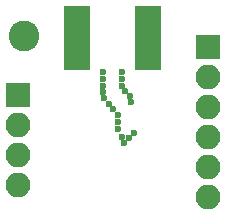
<source format=gbs>
G04 #@! TF.FileFunction,Soldermask,Bot*
%FSLAX46Y46*%
G04 Gerber Fmt 4.6, Leading zero omitted, Abs format (unit mm)*
G04 Created by KiCad (PCBNEW 4.0.6-e0-6349~53~ubuntu16.04.1) date Sat Jun 24 14:45:07 2017*
%MOMM*%
%LPD*%
G01*
G04 APERTURE LIST*
%ADD10C,0.100000*%
%ADD11C,2.600000*%
%ADD12C,0.600000*%
%ADD13R,2.100000X2.100000*%
%ADD14O,2.100000X2.100000*%
%ADD15R,2.200000X5.480000*%
%ADD16C,0.700000*%
G04 APERTURE END LIST*
D10*
D11*
X102500000Y-72500000D03*
D12*
X111600000Y-78100000D03*
X111500000Y-77600000D03*
X111100000Y-77200000D03*
X110800000Y-76800000D03*
X110800000Y-76200000D03*
X110800000Y-75600000D03*
X109200000Y-77300000D03*
X109200000Y-75600000D03*
X109200000Y-76200000D03*
X109200000Y-76800000D03*
X109300000Y-77800000D03*
X109700000Y-78300000D03*
X110100000Y-78700000D03*
X110500000Y-79200000D03*
X110500000Y-79800000D03*
X110500000Y-80400000D03*
X110800000Y-81100000D03*
X111000000Y-81600000D03*
X111400000Y-81200000D03*
D13*
X102000000Y-77500000D03*
D14*
X102000000Y-80040000D03*
X102000000Y-82580000D03*
X102000000Y-85120000D03*
D15*
X113000000Y-72660000D03*
D16*
X113000000Y-74700000D03*
X113000000Y-70700000D03*
X112500000Y-71700000D03*
X113500000Y-71700000D03*
X113000000Y-72700000D03*
X112500000Y-73700000D03*
X113500000Y-73700000D03*
X107000000Y-74700000D03*
X107000000Y-70700000D03*
X106500000Y-71700000D03*
X107500000Y-71700000D03*
X107000000Y-72700000D03*
X106500000Y-73700000D03*
X107500000Y-73700000D03*
D15*
X107000000Y-72660000D03*
D13*
X118100000Y-73500000D03*
D14*
X118100000Y-76040000D03*
X118100000Y-78580000D03*
X118100000Y-81120000D03*
X118100000Y-83660000D03*
X118100000Y-86200000D03*
D12*
X111800000Y-80700000D03*
M02*

</source>
